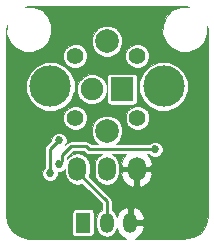
<source format=gbl>
%TF.GenerationSoftware,KiCad,Pcbnew,4.0.7*%
%TF.CreationDate,2018-05-06T15:49:40+02:00*%
%TF.ProjectId,BasicModule,42617369634D6F64756C652E6B696361,rev?*%
%TF.FileFunction,Copper,L2,Bot,Signal*%
%FSLAX46Y46*%
G04 Gerber Fmt 4.6, Leading zero omitted, Abs format (unit mm)*
G04 Created by KiCad (PCBNEW 4.0.7) date 05/06/18 15:49:40*
%MOMM*%
%LPD*%
G01*
G04 APERTURE LIST*
%ADD10C,0.100000*%
%ADD11R,1.200000X1.700000*%
%ADD12O,1.200000X1.700000*%
%ADD13C,1.407160*%
%ADD14C,2.000000*%
%ADD15O,1.500000X2.000000*%
%ADD16C,3.500000*%
%ADD17R,1.900000X2.000000*%
%ADD18C,1.900000*%
%ADD19C,0.685800*%
%ADD20C,0.254000*%
G04 APERTURE END LIST*
D10*
D11*
X-11938000Y-19431000D03*
D12*
X-9938000Y-19431000D03*
X-7938000Y-19431000D03*
D13*
X-12588240Y-10556240D03*
X-12593320Y-5300980D03*
X-7332980Y-5313680D03*
X-7327900Y-10568940D03*
D14*
X-9906000Y-11673840D03*
X-9906000Y-4074160D03*
D15*
X-12406000Y-14874000D03*
X-9906000Y-14874000D03*
X-7406000Y-14874000D03*
D16*
X-14706000Y-7874000D03*
X-5106000Y-7874000D03*
D17*
X-8636000Y-8128000D03*
D18*
X-11176000Y-8128000D03*
D19*
X-5842000Y-13208000D03*
X-13970000Y-14478000D03*
X-14732000Y-15240000D03*
X-13970000Y-12446000D03*
D20*
X-12406000Y-14874000D02*
X-12406000Y-15153000D01*
X-12406000Y-15153000D02*
X-9938000Y-17621000D01*
X-9938000Y-17621000D02*
X-9938000Y-19431000D01*
X-11430000Y-13208000D02*
X-5842000Y-13208000D01*
X-11684000Y-12954000D02*
X-11430000Y-13208000D01*
X-12954000Y-12954000D02*
X-11684000Y-12954000D01*
X-13716000Y-13716000D02*
X-12954000Y-12954000D01*
X-13716000Y-14224000D02*
X-13716000Y-13716000D01*
X-13970000Y-14478000D02*
X-13716000Y-14224000D01*
X-14732000Y-13208000D02*
X-14732000Y-15240000D01*
X-13970000Y-12446000D02*
X-14732000Y-13208000D01*
D10*
G36*
X-2987126Y-1144274D02*
X-3679068Y-1143670D01*
X-4379121Y-1432926D01*
X-4915192Y-1968062D01*
X-5205669Y-2667609D01*
X-5206330Y-3425068D01*
X-4917074Y-4125121D01*
X-4381938Y-4661192D01*
X-3682391Y-4951669D01*
X-2924932Y-4952330D01*
X-2224879Y-4663074D01*
X-1688808Y-4127938D01*
X-1398331Y-3428391D01*
X-1397727Y-2735877D01*
X-1329500Y-3078876D01*
X-1329500Y-18883314D01*
X-1526682Y-19649633D01*
X-1988491Y-20264038D01*
X-2650272Y-20654949D01*
X-3451112Y-20768500D01*
X-7546069Y-20768500D01*
X-7217755Y-20594071D01*
X-6923163Y-20248942D01*
X-6783071Y-19817349D01*
X-6915460Y-19635000D01*
X-7734000Y-19635000D01*
X-7734000Y-19655000D01*
X-8142000Y-19655000D01*
X-8142000Y-19635000D01*
X-8162000Y-19635000D01*
X-8162000Y-19227000D01*
X-8142000Y-19227000D01*
X-8142000Y-18183139D01*
X-7734000Y-18183139D01*
X-7734000Y-19227000D01*
X-6915460Y-19227000D01*
X-6783071Y-19044651D01*
X-6923163Y-18613058D01*
X-7217755Y-18267929D01*
X-7558194Y-18087058D01*
X-7734000Y-18183139D01*
X-8142000Y-18183139D01*
X-8317806Y-18087058D01*
X-8658245Y-18267929D01*
X-8952837Y-18613058D01*
X-9070419Y-18975302D01*
X-9102813Y-18812446D01*
X-9298775Y-18519167D01*
X-9507000Y-18380036D01*
X-9507000Y-17621000D01*
X-9539808Y-17456063D01*
X-9633237Y-17316237D01*
X-11426316Y-15523158D01*
X-11352000Y-15149547D01*
X-11352000Y-14598453D01*
X-11432231Y-14195105D01*
X-11660709Y-13853162D01*
X-12002652Y-13624684D01*
X-12406000Y-13544453D01*
X-12809348Y-13624684D01*
X-13151291Y-13853162D01*
X-13285000Y-14053273D01*
X-13285000Y-13894526D01*
X-12775474Y-13385000D01*
X-11862526Y-13385000D01*
X-11734763Y-13512763D01*
X-11594937Y-13606192D01*
X-11430000Y-13639000D01*
X-10330774Y-13639000D01*
X-10651291Y-13853162D01*
X-10879769Y-14195105D01*
X-10960000Y-14598453D01*
X-10960000Y-15149547D01*
X-10879769Y-15552895D01*
X-10651291Y-15894838D01*
X-10309348Y-16123316D01*
X-9906000Y-16203547D01*
X-9502652Y-16123316D01*
X-9160709Y-15894838D01*
X-8932231Y-15552895D01*
X-8878694Y-15283742D01*
X-8708626Y-15283742D01*
X-8548339Y-15770076D01*
X-8214141Y-16158051D01*
X-7809601Y-16368175D01*
X-7610000Y-16274555D01*
X-7610000Y-15078000D01*
X-7202000Y-15078000D01*
X-7202000Y-16274555D01*
X-7002399Y-16368175D01*
X-6597859Y-16158051D01*
X-6263661Y-15770076D01*
X-6103374Y-15283742D01*
X-6233922Y-15078000D01*
X-7202000Y-15078000D01*
X-7610000Y-15078000D01*
X-8578078Y-15078000D01*
X-8708626Y-15283742D01*
X-8878694Y-15283742D01*
X-8852000Y-15149547D01*
X-8852000Y-14598453D01*
X-8932231Y-14195105D01*
X-9160709Y-13853162D01*
X-9481226Y-13639000D01*
X-8256393Y-13639000D01*
X-8548339Y-13977924D01*
X-8708626Y-14464258D01*
X-8578078Y-14670000D01*
X-7610000Y-14670000D01*
X-7610000Y-14650000D01*
X-7202000Y-14650000D01*
X-7202000Y-14670000D01*
X-6233922Y-14670000D01*
X-6103374Y-14464258D01*
X-6263661Y-13977924D01*
X-6555607Y-13639000D01*
X-6325810Y-13639000D01*
X-6208918Y-13756096D01*
X-5971241Y-13854788D01*
X-5713888Y-13855013D01*
X-5476039Y-13756735D01*
X-5293904Y-13574918D01*
X-5195212Y-13337241D01*
X-5194987Y-13079888D01*
X-5293265Y-12842039D01*
X-5475082Y-12659904D01*
X-5712759Y-12561212D01*
X-5970112Y-12560987D01*
X-6207961Y-12659265D01*
X-6325902Y-12777000D01*
X-9165341Y-12777000D01*
X-8801167Y-12413461D01*
X-8602227Y-11934360D01*
X-8601774Y-11415596D01*
X-8799878Y-10936148D01*
X-8967252Y-10768481D01*
X-8335655Y-10768481D01*
X-8182583Y-11138943D01*
X-7899394Y-11422627D01*
X-7529199Y-11576345D01*
X-7128359Y-11576695D01*
X-6757897Y-11423623D01*
X-6474213Y-11140434D01*
X-6320495Y-10770239D01*
X-6320145Y-10369399D01*
X-6473217Y-9998937D01*
X-6756406Y-9715253D01*
X-7126601Y-9561535D01*
X-7527441Y-9561185D01*
X-7897903Y-9714257D01*
X-8181587Y-9997446D01*
X-8335305Y-10367641D01*
X-8335655Y-10768481D01*
X-8967252Y-10768481D01*
X-9166379Y-10569007D01*
X-9645480Y-10370067D01*
X-10164244Y-10369614D01*
X-10643692Y-10567718D01*
X-11010833Y-10934219D01*
X-11209773Y-11413320D01*
X-11210226Y-11932084D01*
X-11012122Y-12411532D01*
X-10647291Y-12777000D01*
X-11251474Y-12777000D01*
X-11379237Y-12649237D01*
X-11519063Y-12555808D01*
X-11684000Y-12523000D01*
X-12954000Y-12523000D01*
X-13118936Y-12555807D01*
X-13258763Y-12649237D01*
X-13421521Y-12811995D01*
X-13323212Y-12575241D01*
X-13322987Y-12317888D01*
X-13421265Y-12080039D01*
X-13603082Y-11897904D01*
X-13840759Y-11799212D01*
X-14098112Y-11798987D01*
X-14335961Y-11897265D01*
X-14518096Y-12079082D01*
X-14616788Y-12316759D01*
X-14616934Y-12483408D01*
X-15036763Y-12903237D01*
X-15130192Y-13043063D01*
X-15163000Y-13208000D01*
X-15163000Y-14756190D01*
X-15280096Y-14873082D01*
X-15378788Y-15110759D01*
X-15379013Y-15368112D01*
X-15280735Y-15605961D01*
X-15098918Y-15788096D01*
X-14861241Y-15886788D01*
X-14603888Y-15887013D01*
X-14366039Y-15788735D01*
X-14183904Y-15606918D01*
X-14085212Y-15369241D01*
X-14084998Y-15124800D01*
X-13841888Y-15125013D01*
X-13604039Y-15026735D01*
X-13460000Y-14882947D01*
X-13460000Y-15149547D01*
X-13379769Y-15552895D01*
X-13151291Y-15894838D01*
X-12809348Y-16123316D01*
X-12406000Y-16203547D01*
X-12038149Y-16130377D01*
X-10369000Y-17799526D01*
X-10369000Y-18380036D01*
X-10577225Y-18519167D01*
X-10773187Y-18812446D01*
X-10842000Y-19158392D01*
X-10842000Y-19703608D01*
X-10773187Y-20049554D01*
X-10577225Y-20342833D01*
X-10283946Y-20538795D01*
X-9938000Y-20607608D01*
X-9592054Y-20538795D01*
X-9298775Y-20342833D01*
X-9102813Y-20049554D01*
X-9070419Y-19886698D01*
X-8952837Y-20248942D01*
X-8658245Y-20594071D01*
X-8329931Y-20768500D01*
X-16597314Y-20768500D01*
X-17363633Y-20571318D01*
X-17978038Y-20109509D01*
X-18368949Y-19447728D01*
X-18482500Y-18646888D01*
X-18482500Y-18581000D01*
X-12847955Y-18581000D01*
X-12847955Y-20281000D01*
X-12826757Y-20393655D01*
X-12760178Y-20497123D01*
X-12658590Y-20566535D01*
X-12538000Y-20590955D01*
X-11338000Y-20590955D01*
X-11225345Y-20569757D01*
X-11121877Y-20503178D01*
X-11052465Y-20401590D01*
X-11028045Y-20281000D01*
X-11028045Y-18581000D01*
X-11049243Y-18468345D01*
X-11115822Y-18364877D01*
X-11217410Y-18295465D01*
X-11338000Y-18271045D01*
X-12538000Y-18271045D01*
X-12650655Y-18292243D01*
X-12754123Y-18358822D01*
X-12823535Y-18460410D01*
X-12847955Y-18581000D01*
X-18482500Y-18581000D01*
X-18482500Y-10755781D01*
X-13595995Y-10755781D01*
X-13442923Y-11126243D01*
X-13159734Y-11409927D01*
X-12789539Y-11563645D01*
X-12388699Y-11563995D01*
X-12018237Y-11410923D01*
X-11734553Y-11127734D01*
X-11580835Y-10757539D01*
X-11580485Y-10356699D01*
X-11733557Y-9986237D01*
X-12016746Y-9702553D01*
X-12386941Y-9548835D01*
X-12787781Y-9548485D01*
X-13158243Y-9701557D01*
X-13441927Y-9984746D01*
X-13595645Y-10354941D01*
X-13595995Y-10755781D01*
X-18482500Y-10755781D01*
X-18482500Y-8280773D01*
X-16760356Y-8280773D01*
X-16448312Y-9035977D01*
X-15871017Y-9614281D01*
X-15116358Y-9927642D01*
X-14299227Y-9928356D01*
X-13544023Y-9616312D01*
X-12965719Y-9039017D01*
X-12690553Y-8376342D01*
X-12430217Y-8376342D01*
X-12239709Y-8837406D01*
X-11887261Y-9190469D01*
X-11426530Y-9381782D01*
X-10927658Y-9382217D01*
X-10466594Y-9191709D01*
X-10113531Y-8839261D01*
X-9922218Y-8378530D01*
X-9921783Y-7879658D01*
X-10112291Y-7418594D01*
X-10402378Y-7128000D01*
X-9895955Y-7128000D01*
X-9895955Y-9128000D01*
X-9874757Y-9240655D01*
X-9808178Y-9344123D01*
X-9706590Y-9413535D01*
X-9586000Y-9437955D01*
X-7686000Y-9437955D01*
X-7573345Y-9416757D01*
X-7469877Y-9350178D01*
X-7400465Y-9248590D01*
X-7376045Y-9128000D01*
X-7376045Y-8280773D01*
X-7160356Y-8280773D01*
X-6848312Y-9035977D01*
X-6271017Y-9614281D01*
X-5516358Y-9927642D01*
X-4699227Y-9928356D01*
X-3944023Y-9616312D01*
X-3365719Y-9039017D01*
X-3052358Y-8284358D01*
X-3051644Y-7467227D01*
X-3363688Y-6712023D01*
X-3940983Y-6133719D01*
X-4695642Y-5820358D01*
X-5512773Y-5819644D01*
X-6267977Y-6131688D01*
X-6846281Y-6708983D01*
X-7159642Y-7463642D01*
X-7160356Y-8280773D01*
X-7376045Y-8280773D01*
X-7376045Y-7128000D01*
X-7397243Y-7015345D01*
X-7463822Y-6911877D01*
X-7565410Y-6842465D01*
X-7686000Y-6818045D01*
X-9586000Y-6818045D01*
X-9698655Y-6839243D01*
X-9802123Y-6905822D01*
X-9871535Y-7007410D01*
X-9895955Y-7128000D01*
X-10402378Y-7128000D01*
X-10464739Y-7065531D01*
X-10925470Y-6874218D01*
X-11424342Y-6873783D01*
X-11885406Y-7064291D01*
X-12238469Y-7416739D01*
X-12429782Y-7877470D01*
X-12430217Y-8376342D01*
X-12690553Y-8376342D01*
X-12652358Y-8284358D01*
X-12651644Y-7467227D01*
X-12963688Y-6712023D01*
X-13540983Y-6133719D01*
X-14295642Y-5820358D01*
X-15112773Y-5819644D01*
X-15867977Y-6131688D01*
X-16446281Y-6708983D01*
X-16759642Y-7463642D01*
X-16760356Y-8280773D01*
X-18482500Y-8280773D01*
X-18482500Y-5500521D01*
X-13601075Y-5500521D01*
X-13448003Y-5870983D01*
X-13164814Y-6154667D01*
X-12794619Y-6308385D01*
X-12393779Y-6308735D01*
X-12023317Y-6155663D01*
X-11739633Y-5872474D01*
X-11590459Y-5513221D01*
X-8340735Y-5513221D01*
X-8187663Y-5883683D01*
X-7904474Y-6167367D01*
X-7534279Y-6321085D01*
X-7133439Y-6321435D01*
X-6762977Y-6168363D01*
X-6479293Y-5885174D01*
X-6325575Y-5514979D01*
X-6325225Y-5114139D01*
X-6478297Y-4743677D01*
X-6761486Y-4459993D01*
X-7131681Y-4306275D01*
X-7532521Y-4305925D01*
X-7902983Y-4458997D01*
X-8186667Y-4742186D01*
X-8340385Y-5112381D01*
X-8340735Y-5513221D01*
X-11590459Y-5513221D01*
X-11585915Y-5502279D01*
X-11585565Y-5101439D01*
X-11738637Y-4730977D01*
X-12021826Y-4447293D01*
X-12298510Y-4332404D01*
X-11210226Y-4332404D01*
X-11012122Y-4811852D01*
X-10645621Y-5178993D01*
X-10166520Y-5377933D01*
X-9647756Y-5378386D01*
X-9168308Y-5180282D01*
X-8801167Y-4813781D01*
X-8602227Y-4334680D01*
X-8601774Y-3815916D01*
X-8799878Y-3336468D01*
X-9166379Y-2969327D01*
X-9645480Y-2770387D01*
X-10164244Y-2769934D01*
X-10643692Y-2968038D01*
X-11010833Y-3334539D01*
X-11209773Y-3813640D01*
X-11210226Y-4332404D01*
X-12298510Y-4332404D01*
X-12392021Y-4293575D01*
X-12792861Y-4293225D01*
X-13163323Y-4446297D01*
X-13447007Y-4729486D01*
X-13600725Y-5099681D01*
X-13601075Y-5500521D01*
X-18482500Y-5500521D01*
X-18482500Y-3197112D01*
X-18413708Y-2711943D01*
X-18414330Y-3425068D01*
X-18125074Y-4125121D01*
X-17589938Y-4661192D01*
X-16890391Y-4951669D01*
X-16132932Y-4952330D01*
X-15432879Y-4663074D01*
X-14896808Y-4127938D01*
X-14606331Y-3428391D01*
X-14605670Y-2670932D01*
X-14894926Y-1970879D01*
X-15430062Y-1434808D01*
X-16129609Y-1144331D01*
X-16862330Y-1143692D01*
X-16597314Y-1075500D01*
X-3332876Y-1075500D01*
X-2987126Y-1144274D01*
X-2987126Y-1144274D01*
G37*
X-2987126Y-1144274D02*
X-3679068Y-1143670D01*
X-4379121Y-1432926D01*
X-4915192Y-1968062D01*
X-5205669Y-2667609D01*
X-5206330Y-3425068D01*
X-4917074Y-4125121D01*
X-4381938Y-4661192D01*
X-3682391Y-4951669D01*
X-2924932Y-4952330D01*
X-2224879Y-4663074D01*
X-1688808Y-4127938D01*
X-1398331Y-3428391D01*
X-1397727Y-2735877D01*
X-1329500Y-3078876D01*
X-1329500Y-18883314D01*
X-1526682Y-19649633D01*
X-1988491Y-20264038D01*
X-2650272Y-20654949D01*
X-3451112Y-20768500D01*
X-7546069Y-20768500D01*
X-7217755Y-20594071D01*
X-6923163Y-20248942D01*
X-6783071Y-19817349D01*
X-6915460Y-19635000D01*
X-7734000Y-19635000D01*
X-7734000Y-19655000D01*
X-8142000Y-19655000D01*
X-8142000Y-19635000D01*
X-8162000Y-19635000D01*
X-8162000Y-19227000D01*
X-8142000Y-19227000D01*
X-8142000Y-18183139D01*
X-7734000Y-18183139D01*
X-7734000Y-19227000D01*
X-6915460Y-19227000D01*
X-6783071Y-19044651D01*
X-6923163Y-18613058D01*
X-7217755Y-18267929D01*
X-7558194Y-18087058D01*
X-7734000Y-18183139D01*
X-8142000Y-18183139D01*
X-8317806Y-18087058D01*
X-8658245Y-18267929D01*
X-8952837Y-18613058D01*
X-9070419Y-18975302D01*
X-9102813Y-18812446D01*
X-9298775Y-18519167D01*
X-9507000Y-18380036D01*
X-9507000Y-17621000D01*
X-9539808Y-17456063D01*
X-9633237Y-17316237D01*
X-11426316Y-15523158D01*
X-11352000Y-15149547D01*
X-11352000Y-14598453D01*
X-11432231Y-14195105D01*
X-11660709Y-13853162D01*
X-12002652Y-13624684D01*
X-12406000Y-13544453D01*
X-12809348Y-13624684D01*
X-13151291Y-13853162D01*
X-13285000Y-14053273D01*
X-13285000Y-13894526D01*
X-12775474Y-13385000D01*
X-11862526Y-13385000D01*
X-11734763Y-13512763D01*
X-11594937Y-13606192D01*
X-11430000Y-13639000D01*
X-10330774Y-13639000D01*
X-10651291Y-13853162D01*
X-10879769Y-14195105D01*
X-10960000Y-14598453D01*
X-10960000Y-15149547D01*
X-10879769Y-15552895D01*
X-10651291Y-15894838D01*
X-10309348Y-16123316D01*
X-9906000Y-16203547D01*
X-9502652Y-16123316D01*
X-9160709Y-15894838D01*
X-8932231Y-15552895D01*
X-8878694Y-15283742D01*
X-8708626Y-15283742D01*
X-8548339Y-15770076D01*
X-8214141Y-16158051D01*
X-7809601Y-16368175D01*
X-7610000Y-16274555D01*
X-7610000Y-15078000D01*
X-7202000Y-15078000D01*
X-7202000Y-16274555D01*
X-7002399Y-16368175D01*
X-6597859Y-16158051D01*
X-6263661Y-15770076D01*
X-6103374Y-15283742D01*
X-6233922Y-15078000D01*
X-7202000Y-15078000D01*
X-7610000Y-15078000D01*
X-8578078Y-15078000D01*
X-8708626Y-15283742D01*
X-8878694Y-15283742D01*
X-8852000Y-15149547D01*
X-8852000Y-14598453D01*
X-8932231Y-14195105D01*
X-9160709Y-13853162D01*
X-9481226Y-13639000D01*
X-8256393Y-13639000D01*
X-8548339Y-13977924D01*
X-8708626Y-14464258D01*
X-8578078Y-14670000D01*
X-7610000Y-14670000D01*
X-7610000Y-14650000D01*
X-7202000Y-14650000D01*
X-7202000Y-14670000D01*
X-6233922Y-14670000D01*
X-6103374Y-14464258D01*
X-6263661Y-13977924D01*
X-6555607Y-13639000D01*
X-6325810Y-13639000D01*
X-6208918Y-13756096D01*
X-5971241Y-13854788D01*
X-5713888Y-13855013D01*
X-5476039Y-13756735D01*
X-5293904Y-13574918D01*
X-5195212Y-13337241D01*
X-5194987Y-13079888D01*
X-5293265Y-12842039D01*
X-5475082Y-12659904D01*
X-5712759Y-12561212D01*
X-5970112Y-12560987D01*
X-6207961Y-12659265D01*
X-6325902Y-12777000D01*
X-9165341Y-12777000D01*
X-8801167Y-12413461D01*
X-8602227Y-11934360D01*
X-8601774Y-11415596D01*
X-8799878Y-10936148D01*
X-8967252Y-10768481D01*
X-8335655Y-10768481D01*
X-8182583Y-11138943D01*
X-7899394Y-11422627D01*
X-7529199Y-11576345D01*
X-7128359Y-11576695D01*
X-6757897Y-11423623D01*
X-6474213Y-11140434D01*
X-6320495Y-10770239D01*
X-6320145Y-10369399D01*
X-6473217Y-9998937D01*
X-6756406Y-9715253D01*
X-7126601Y-9561535D01*
X-7527441Y-9561185D01*
X-7897903Y-9714257D01*
X-8181587Y-9997446D01*
X-8335305Y-10367641D01*
X-8335655Y-10768481D01*
X-8967252Y-10768481D01*
X-9166379Y-10569007D01*
X-9645480Y-10370067D01*
X-10164244Y-10369614D01*
X-10643692Y-10567718D01*
X-11010833Y-10934219D01*
X-11209773Y-11413320D01*
X-11210226Y-11932084D01*
X-11012122Y-12411532D01*
X-10647291Y-12777000D01*
X-11251474Y-12777000D01*
X-11379237Y-12649237D01*
X-11519063Y-12555808D01*
X-11684000Y-12523000D01*
X-12954000Y-12523000D01*
X-13118936Y-12555807D01*
X-13258763Y-12649237D01*
X-13421521Y-12811995D01*
X-13323212Y-12575241D01*
X-13322987Y-12317888D01*
X-13421265Y-12080039D01*
X-13603082Y-11897904D01*
X-13840759Y-11799212D01*
X-14098112Y-11798987D01*
X-14335961Y-11897265D01*
X-14518096Y-12079082D01*
X-14616788Y-12316759D01*
X-14616934Y-12483408D01*
X-15036763Y-12903237D01*
X-15130192Y-13043063D01*
X-15163000Y-13208000D01*
X-15163000Y-14756190D01*
X-15280096Y-14873082D01*
X-15378788Y-15110759D01*
X-15379013Y-15368112D01*
X-15280735Y-15605961D01*
X-15098918Y-15788096D01*
X-14861241Y-15886788D01*
X-14603888Y-15887013D01*
X-14366039Y-15788735D01*
X-14183904Y-15606918D01*
X-14085212Y-15369241D01*
X-14084998Y-15124800D01*
X-13841888Y-15125013D01*
X-13604039Y-15026735D01*
X-13460000Y-14882947D01*
X-13460000Y-15149547D01*
X-13379769Y-15552895D01*
X-13151291Y-15894838D01*
X-12809348Y-16123316D01*
X-12406000Y-16203547D01*
X-12038149Y-16130377D01*
X-10369000Y-17799526D01*
X-10369000Y-18380036D01*
X-10577225Y-18519167D01*
X-10773187Y-18812446D01*
X-10842000Y-19158392D01*
X-10842000Y-19703608D01*
X-10773187Y-20049554D01*
X-10577225Y-20342833D01*
X-10283946Y-20538795D01*
X-9938000Y-20607608D01*
X-9592054Y-20538795D01*
X-9298775Y-20342833D01*
X-9102813Y-20049554D01*
X-9070419Y-19886698D01*
X-8952837Y-20248942D01*
X-8658245Y-20594071D01*
X-8329931Y-20768500D01*
X-16597314Y-20768500D01*
X-17363633Y-20571318D01*
X-17978038Y-20109509D01*
X-18368949Y-19447728D01*
X-18482500Y-18646888D01*
X-18482500Y-18581000D01*
X-12847955Y-18581000D01*
X-12847955Y-20281000D01*
X-12826757Y-20393655D01*
X-12760178Y-20497123D01*
X-12658590Y-20566535D01*
X-12538000Y-20590955D01*
X-11338000Y-20590955D01*
X-11225345Y-20569757D01*
X-11121877Y-20503178D01*
X-11052465Y-20401590D01*
X-11028045Y-20281000D01*
X-11028045Y-18581000D01*
X-11049243Y-18468345D01*
X-11115822Y-18364877D01*
X-11217410Y-18295465D01*
X-11338000Y-18271045D01*
X-12538000Y-18271045D01*
X-12650655Y-18292243D01*
X-12754123Y-18358822D01*
X-12823535Y-18460410D01*
X-12847955Y-18581000D01*
X-18482500Y-18581000D01*
X-18482500Y-10755781D01*
X-13595995Y-10755781D01*
X-13442923Y-11126243D01*
X-13159734Y-11409927D01*
X-12789539Y-11563645D01*
X-12388699Y-11563995D01*
X-12018237Y-11410923D01*
X-11734553Y-11127734D01*
X-11580835Y-10757539D01*
X-11580485Y-10356699D01*
X-11733557Y-9986237D01*
X-12016746Y-9702553D01*
X-12386941Y-9548835D01*
X-12787781Y-9548485D01*
X-13158243Y-9701557D01*
X-13441927Y-9984746D01*
X-13595645Y-10354941D01*
X-13595995Y-10755781D01*
X-18482500Y-10755781D01*
X-18482500Y-8280773D01*
X-16760356Y-8280773D01*
X-16448312Y-9035977D01*
X-15871017Y-9614281D01*
X-15116358Y-9927642D01*
X-14299227Y-9928356D01*
X-13544023Y-9616312D01*
X-12965719Y-9039017D01*
X-12690553Y-8376342D01*
X-12430217Y-8376342D01*
X-12239709Y-8837406D01*
X-11887261Y-9190469D01*
X-11426530Y-9381782D01*
X-10927658Y-9382217D01*
X-10466594Y-9191709D01*
X-10113531Y-8839261D01*
X-9922218Y-8378530D01*
X-9921783Y-7879658D01*
X-10112291Y-7418594D01*
X-10402378Y-7128000D01*
X-9895955Y-7128000D01*
X-9895955Y-9128000D01*
X-9874757Y-9240655D01*
X-9808178Y-9344123D01*
X-9706590Y-9413535D01*
X-9586000Y-9437955D01*
X-7686000Y-9437955D01*
X-7573345Y-9416757D01*
X-7469877Y-9350178D01*
X-7400465Y-9248590D01*
X-7376045Y-9128000D01*
X-7376045Y-8280773D01*
X-7160356Y-8280773D01*
X-6848312Y-9035977D01*
X-6271017Y-9614281D01*
X-5516358Y-9927642D01*
X-4699227Y-9928356D01*
X-3944023Y-9616312D01*
X-3365719Y-9039017D01*
X-3052358Y-8284358D01*
X-3051644Y-7467227D01*
X-3363688Y-6712023D01*
X-3940983Y-6133719D01*
X-4695642Y-5820358D01*
X-5512773Y-5819644D01*
X-6267977Y-6131688D01*
X-6846281Y-6708983D01*
X-7159642Y-7463642D01*
X-7160356Y-8280773D01*
X-7376045Y-8280773D01*
X-7376045Y-7128000D01*
X-7397243Y-7015345D01*
X-7463822Y-6911877D01*
X-7565410Y-6842465D01*
X-7686000Y-6818045D01*
X-9586000Y-6818045D01*
X-9698655Y-6839243D01*
X-9802123Y-6905822D01*
X-9871535Y-7007410D01*
X-9895955Y-7128000D01*
X-10402378Y-7128000D01*
X-10464739Y-7065531D01*
X-10925470Y-6874218D01*
X-11424342Y-6873783D01*
X-11885406Y-7064291D01*
X-12238469Y-7416739D01*
X-12429782Y-7877470D01*
X-12430217Y-8376342D01*
X-12690553Y-8376342D01*
X-12652358Y-8284358D01*
X-12651644Y-7467227D01*
X-12963688Y-6712023D01*
X-13540983Y-6133719D01*
X-14295642Y-5820358D01*
X-15112773Y-5819644D01*
X-15867977Y-6131688D01*
X-16446281Y-6708983D01*
X-16759642Y-7463642D01*
X-16760356Y-8280773D01*
X-18482500Y-8280773D01*
X-18482500Y-5500521D01*
X-13601075Y-5500521D01*
X-13448003Y-5870983D01*
X-13164814Y-6154667D01*
X-12794619Y-6308385D01*
X-12393779Y-6308735D01*
X-12023317Y-6155663D01*
X-11739633Y-5872474D01*
X-11590459Y-5513221D01*
X-8340735Y-5513221D01*
X-8187663Y-5883683D01*
X-7904474Y-6167367D01*
X-7534279Y-6321085D01*
X-7133439Y-6321435D01*
X-6762977Y-6168363D01*
X-6479293Y-5885174D01*
X-6325575Y-5514979D01*
X-6325225Y-5114139D01*
X-6478297Y-4743677D01*
X-6761486Y-4459993D01*
X-7131681Y-4306275D01*
X-7532521Y-4305925D01*
X-7902983Y-4458997D01*
X-8186667Y-4742186D01*
X-8340385Y-5112381D01*
X-8340735Y-5513221D01*
X-11590459Y-5513221D01*
X-11585915Y-5502279D01*
X-11585565Y-5101439D01*
X-11738637Y-4730977D01*
X-12021826Y-4447293D01*
X-12298510Y-4332404D01*
X-11210226Y-4332404D01*
X-11012122Y-4811852D01*
X-10645621Y-5178993D01*
X-10166520Y-5377933D01*
X-9647756Y-5378386D01*
X-9168308Y-5180282D01*
X-8801167Y-4813781D01*
X-8602227Y-4334680D01*
X-8601774Y-3815916D01*
X-8799878Y-3336468D01*
X-9166379Y-2969327D01*
X-9645480Y-2770387D01*
X-10164244Y-2769934D01*
X-10643692Y-2968038D01*
X-11010833Y-3334539D01*
X-11209773Y-3813640D01*
X-11210226Y-4332404D01*
X-12298510Y-4332404D01*
X-12392021Y-4293575D01*
X-12792861Y-4293225D01*
X-13163323Y-4446297D01*
X-13447007Y-4729486D01*
X-13600725Y-5099681D01*
X-13601075Y-5500521D01*
X-18482500Y-5500521D01*
X-18482500Y-3197112D01*
X-18413708Y-2711943D01*
X-18414330Y-3425068D01*
X-18125074Y-4125121D01*
X-17589938Y-4661192D01*
X-16890391Y-4951669D01*
X-16132932Y-4952330D01*
X-15432879Y-4663074D01*
X-14896808Y-4127938D01*
X-14606331Y-3428391D01*
X-14605670Y-2670932D01*
X-14894926Y-1970879D01*
X-15430062Y-1434808D01*
X-16129609Y-1144331D01*
X-16862330Y-1143692D01*
X-16597314Y-1075500D01*
X-3332876Y-1075500D01*
X-2987126Y-1144274D01*
M02*

</source>
